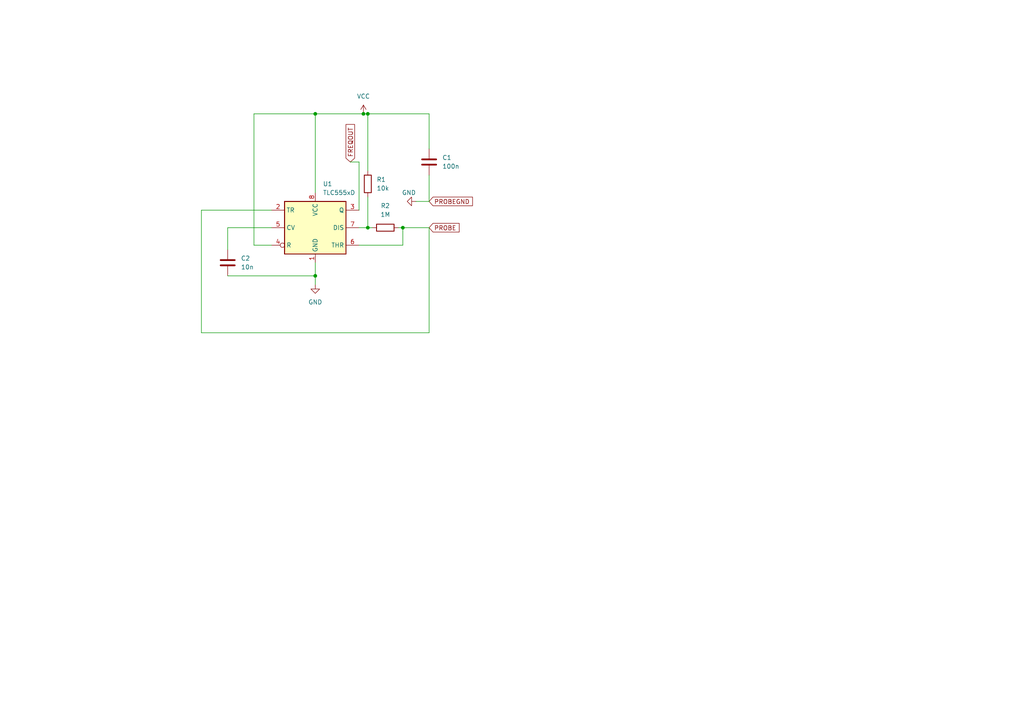
<source format=kicad_sch>
(kicad_sch (version 20230121) (generator eeschema)
  (paper "A4")
  (lib_symbols
    (symbol "Device:C" (pin_numbers hide) (pin_names (offset 0.254))
      (property "Reference" "C" (at 0.635 2.54 0))
      (property "Value" "C" (at 0.635 -2.54 0))
      (symbol "C_0_1"
        (polyline (pts (xy -2.032 -0.762) (xy 2.032 -0.762)) (stroke (width 0.508)))
        (polyline (pts (xy -2.032 0.762) (xy 2.032 0.762)) (stroke (width 0.508)))
      )
      (symbol "C_1_1"
        (pin passive line (at 0 3.81 270) (length 2.794) (name "~") (number "1"))
        (pin passive line (at 0 -3.81 90) (length 2.794) (name "~") (number "2"))
      )
    )
    (symbol "Device:R" (pin_numbers hide) (pin_names (offset 0))
      (property "Reference" "R" (at 2.032 0 90))
      (property "Value" "R" (at 0 0 90))
      (symbol "R_0_1"
        (rectangle (start -1.016 -2.54) (end 1.016 2.54) (stroke (width 0.254)))
      )
      (symbol "R_1_1"
        (pin passive line (at 0 3.81 270) (length 1.27) (name "~") (number "1"))
        (pin passive line (at 0 -3.81 90) (length 1.27) (name "~") (number "2"))
      )
    )
    (symbol "Timer:TLC555xD"
      (property "Reference" "U" (at -10.16 8.89 0))
      (property "Value" "TLC555xD" (at 2.54 8.89 0))
      (symbol "TLC555xD_0_0"
        (pin power_in line (at 0 -10.16 90) (length 2.54) (name "GND") (number "1"))
        (pin power_in line (at 0 10.16 270) (length 2.54) (name "VCC") (number "8"))
      )
      (symbol "TLC555xD_0_1"
        (rectangle (start -8.89 -7.62) (end 8.89 7.62) (stroke (width 0.254)) (fill (type background)))
        (rectangle (start -8.89 -7.62) (end 8.89 7.62) (stroke (width 0.254)) (fill (type background)))
      )
      (symbol "TLC555xD_1_1"
        (pin input line (at -12.7 5.08 0) (length 3.81) (name "TR") (number "2"))
        (pin output line (at 12.7 5.08 180) (length 3.81) (name "Q") (number "3"))
        (pin input inverted (at -12.7 -5.08 0) (length 3.81) (name "R") (number "4"))
        (pin input line (at -12.7 0 0) (length 3.81) (name "CV") (number "5"))
        (pin input line (at 12.7 -5.08 180) (length 3.81) (name "THR") (number "6"))
        (pin input line (at 12.7 0 180) (length 3.81) (name "DIS") (number "7"))
      )
    )
    (symbol "power:GND" (power) (pin_names (offset 0))
      (property "Value" "GND" (at 0 -3.81 0))
      (symbol "GND_0_1"
        (polyline (pts (xy 0 0) (xy 0 -1.27) (xy 1.27 -1.27) (xy 0 -2.54) (xy -1.27 -1.27) (xy 0 -1.27)))
      )
      (symbol "GND_1_1"
        (pin power_in line (at 0 0 270) (length 0) hide (name "GND") (number "1"))
      )
    )
    (symbol "power:VCC" (power) (pin_names (offset 0))
      (property "Value" "VCC" (at 0 3.81 0))
      (symbol "VCC_0_1"
        (polyline (pts (xy -0.762 1.27) (xy 0 2.54)))
        (polyline (pts (xy 0 0) (xy 0 2.54)))
        (polyline (pts (xy 0 2.54) (xy 0.762 1.27)))
      )
      (symbol "VCC_1_1"
        (pin power_in line (at 0 0 90) (length 0) hide (name "VCC") (number "1"))
      )
    )
  )
  (junction (at 91.44 33.02))
  (junction (at 105.41 33.02))
  (junction (at 106.68 66.04))
  (junction (at 91.44 80.01))
  (junction (at 116.84 66.04))
  (junction (at 106.68 33.02))
  (wire (pts (xy 124.46 50.8) (xy 124.46 58.42)))
  (wire (pts (xy 104.14 46.99) (xy 101.6 46.99)))
  (wire (pts (xy 116.84 66.04) (xy 124.46 66.04)))
  (wire (pts (xy 115.57 66.04) (xy 116.84 66.04)))
  (wire (pts (xy 120.65 58.42) (xy 124.46 58.42)))
  (wire (pts (xy 78.74 71.12) (xy 73.66 71.12)))
  (wire (pts (xy 104.14 71.12) (xy 116.84 71.12)))
  (wire (pts (xy 58.42 60.96) (xy 58.42 96.52)))
  (wire (pts (xy 104.14 60.96) (xy 104.14 46.99)))
  (wire (pts (xy 124.46 33.02) (xy 106.68 33.02)))
  (wire (pts (xy 91.44 33.02) (xy 91.44 55.88)))
  (wire (pts (xy 106.68 49.53) (xy 106.68 33.02)))
  (wire (pts (xy 106.68 57.15) (xy 106.68 66.04)))
  (wire (pts (xy 66.04 66.04) (xy 66.04 72.39)))
  (wire (pts (xy 91.44 33.02) (xy 105.41 33.02)))
  (wire (pts (xy 91.44 80.01) (xy 91.44 82.55)))
  (wire (pts (xy 66.04 80.01) (xy 91.44 80.01)))
  (wire (pts (xy 105.41 33.02) (xy 106.68 33.02)))
  (wire (pts (xy 78.74 66.04) (xy 66.04 66.04)))
  (wire (pts (xy 116.84 71.12) (xy 116.84 66.04)))
  (wire (pts (xy 73.66 71.12) (xy 73.66 33.02)))
  (wire (pts (xy 78.74 60.96) (xy 58.42 60.96)))
  (wire (pts (xy 58.42 96.52) (xy 124.46 96.52)))
  (wire (pts (xy 124.46 43.18) (xy 124.46 33.02)))
  (wire (pts (xy 124.46 96.52) (xy 124.46 66.04)))
  (wire (pts (xy 73.66 33.02) (xy 91.44 33.02)))
  (wire (pts (xy 106.68 66.04) (xy 107.95 66.04)))
  (wire (pts (xy 91.44 76.2) (xy 91.44 80.01)))
  (wire (pts (xy 104.14 66.04) (xy 106.68 66.04)))
  (global_label "PROBE" (shape input) (at 124.46 66.04 0) (property "Intersheetrefs" "${INTERSHEET_REFS}" (effects hide)))
  (global_label "FREQOUT" (shape input) (at 101.6 46.99 90) (property "Intersheetrefs" "${INTERSHEET_REFS}" (effects hide)))
  (global_label "PROBEGND" (shape input) (at 124.46 58.42 0) (property "Intersheetrefs" "${INTERSHEET_REFS}" (effects hide)))
  (symbol (lib_id "Device:R") (at 106.68 53.34 180) (unit 1)
    (property "Reference" "R1" (at 109.22 52.07 0) (effects (justify right)))
    (property "Value" "10k" (at 109.22 54.61 0) (effects (justify right)))
    (property "Footprint" "Resistor_SMD:R_0805_2012Metric" (effects hide))
  )
  (symbol (lib_id "Device:C") (at 66.04 76.2 0) (unit 1)
    (property "Reference" "C2" (at 69.85 74.93 0) (effects (justify left)))
    (property "Value" "10n" (at 69.85 77.47 0) (effects (justify left)))
    (property "Footprint" "Capacitor_SMD:C_0805_2012Metric" (effects hide))
  )
  (symbol (lib_id "Timer:TLC555xD") (at 91.44 66.04 0) (unit 1)
    (property "Reference" "U1" (at 93.6341 53.34 0) (effects (justify left)))
    (property "Value" "TLC555xD" (at 93.6341 55.88 0) (effects (justify left)))
    (property "Footprint" "Package_SO:SOIC-8_3.9x4.9mm_P1.27mm" (effects hide))
    (property "Datasheet" "http://www.ti.com/lit/ds/symlink/tlc555.pdf" (effects hide))
  )
  (symbol (lib_id "Device:R") (at 111.76 66.04 90) (unit 1)
    (property "Reference" "R2" (at 111.76 59.69 90))
    (property "Value" "1M" (at 111.76 62.23 90))
    (property "Footprint" "Resistor_SMD:R_0805_2012Metric" (effects hide))
  )
  (symbol (lib_id "power:GND") (at 120.65 58.42 270) (unit 1)
    (property "Reference" "#PWR03" (effects hide))
    (property "Value" "GND" (at 120.65 55.88 90) (effects (justify right)))
  )
  (symbol (lib_id "Device:C") (at 124.46 46.99 0) (unit 1)
    (property "Reference" "C1" (at 128.27 45.72 0) (effects (justify left)))
    (property "Value" "100n" (at 128.27 48.26 0) (effects (justify left)))
    (property "Footprint" "Capacitor_SMD:C_0805_2012Metric" (effects hide))
  )
  (symbol (lib_id "power:VCC") (at 105.41 33.02 0) (unit 1)
    (property "Reference" "#PWR01" (effects hide))
    (property "Value" "VCC" (at 105.41 27.94 0))
  )
  (symbol (lib_id "power:GND") (at 91.44 82.55 0) (unit 1)
    (property "Reference" "#PWR02" (effects hide))
    (property "Value" "GND" (at 91.44 87.63 0))
  )
)
</source>
